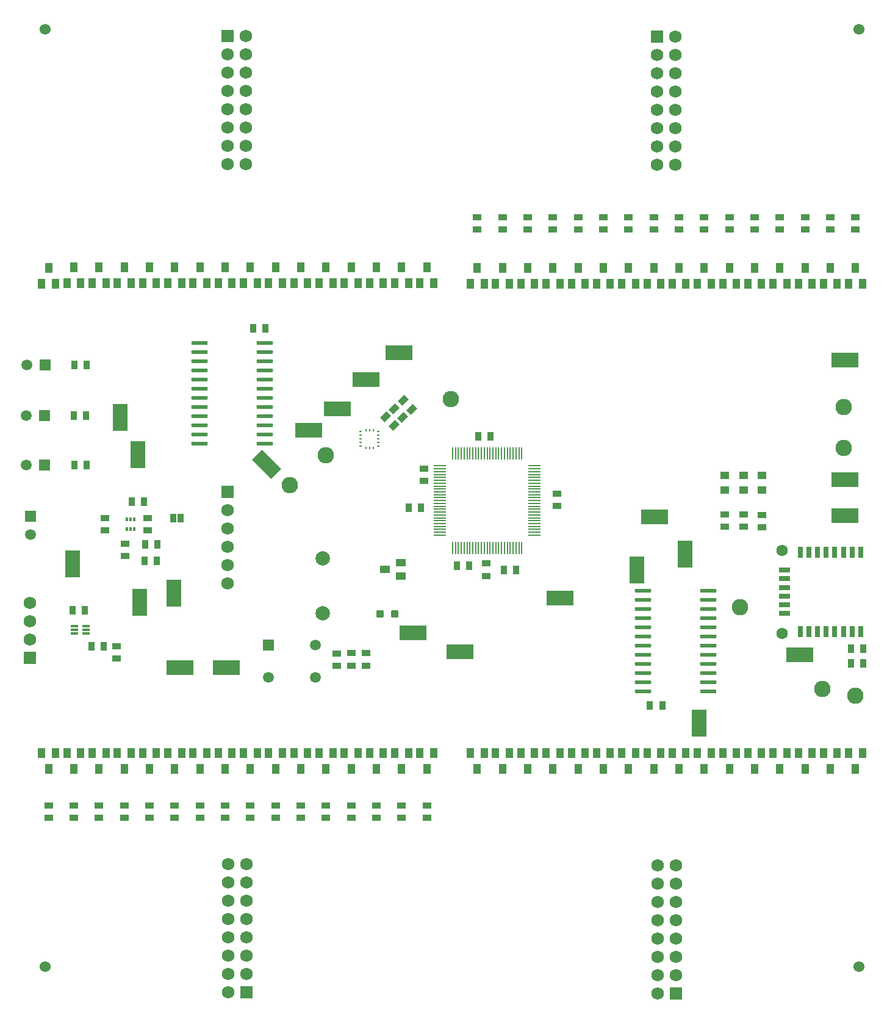
<source format=gbr>
%TF.GenerationSoftware,Altium Limited,Altium Designer,19.1.6 (110)*%
G04 Layer_Color=255*
%FSLAX43Y43*%
%MOMM*%
%TF.FileFunction,Pads,Top*%
%TF.Part,Single*%
G01*
G75*
%TA.AperFunction,SMDPad,CuDef*%
%ADD10R,0.850X1.300*%
%ADD11R,1.300X0.850*%
%ADD12O,1.800X0.240*%
%ADD13O,0.240X1.800*%
G04:AMPARAMS|DCode=14|XSize=3.8mm|YSize=2.03mm|CornerRadius=0mm|HoleSize=0mm|Usage=FLASHONLY|Rotation=135.000|XOffset=0mm|YOffset=0mm|HoleType=Round|Shape=Rectangle|*
%AMROTATEDRECTD14*
4,1,4,2.061,-0.626,0.626,-2.061,-2.061,0.626,-0.626,2.061,2.061,-0.626,0.0*
%
%ADD14ROTATEDRECTD14*%

%ADD15R,2.030X3.800*%
%ADD16R,3.800X2.030*%
%ADD17R,1.000X1.400*%
G04:AMPARAMS|DCode=18|XSize=2.298mm|YSize=0.567mm|CornerRadius=0.283mm|HoleSize=0mm|Usage=FLASHONLY|Rotation=180.000|XOffset=0mm|YOffset=0mm|HoleType=Round|Shape=RoundedRectangle|*
%AMROUNDEDRECTD18*
21,1,2.298,0.000,0,0,180.0*
21,1,1.731,0.567,0,0,180.0*
1,1,0.567,-0.865,0.000*
1,1,0.567,0.865,0.000*
1,1,0.567,0.865,0.000*
1,1,0.567,-0.865,0.000*
%
%ADD18ROUNDEDRECTD18*%
%ADD19R,2.298X0.567*%
G04:AMPARAMS|DCode=20|XSize=1.3mm|YSize=0.85mm|CornerRadius=0mm|HoleSize=0mm|Usage=FLASHONLY|Rotation=225.000|XOffset=0mm|YOffset=0mm|HoleType=Round|Shape=Rectangle|*
%AMROTATEDRECTD20*
4,1,4,0.159,0.760,0.760,0.159,-0.159,-0.760,-0.760,-0.159,0.159,0.760,0.0*
%
%ADD20ROTATEDRECTD20*%

%ADD21R,0.350X0.250*%
%ADD22R,0.250X0.350*%
%ADD23R,1.200X1.100*%
%ADD24R,0.305X0.508*%
%ADD25R,1.400X1.000*%
%ADD26R,0.990X0.300*%
G04:AMPARAMS|DCode=27|XSize=0.99mm|YSize=0.97mm|CornerRadius=0.121mm|HoleSize=0mm|Usage=FLASHONLY|Rotation=0.000|XOffset=0mm|YOffset=0mm|HoleType=Round|Shape=RoundedRectangle|*
%AMROUNDEDRECTD27*
21,1,0.990,0.728,0,0,0.0*
21,1,0.748,0.970,0,0,0.0*
1,1,0.242,0.374,-0.364*
1,1,0.242,-0.374,-0.364*
1,1,0.242,-0.374,0.364*
1,1,0.242,0.374,0.364*
%
%ADD27ROUNDEDRECTD27*%
%ADD28C,1.600*%
%ADD29R,1.500X0.800*%
%ADD30R,0.800X1.500*%
%TA.AperFunction,ComponentPad*%
%ADD34R,1.750X1.750*%
%ADD35C,1.750*%
%ADD36C,1.500*%
%ADD37R,1.500X1.500*%
%ADD38R,1.500X1.500*%
%ADD39C,2.286*%
%ADD40C,2.000*%
%ADD41C,1.498*%
%ADD42R,1.498X1.498*%
%TA.AperFunction,WasherPad*%
%ADD43C,1.524*%
D10*
X40576Y98552D02*
D03*
X38876D02*
D03*
X95668Y46253D02*
D03*
X93968D02*
D03*
X75399Y65024D02*
D03*
X73699D02*
D03*
X60503Y73660D02*
D03*
X62203D02*
D03*
X67134Y65610D02*
D03*
X68834D02*
D03*
X27813Y72194D02*
D03*
X28829D02*
D03*
X23710Y74529D02*
D03*
X22010D02*
D03*
X14100Y79574D02*
D03*
X15800D02*
D03*
X14100Y93472D02*
D03*
X15800D02*
D03*
X18173Y54458D02*
D03*
X16473D02*
D03*
X123557Y52091D02*
D03*
X121857D02*
D03*
X121857Y54123D02*
D03*
X123557D02*
D03*
X15506Y59436D02*
D03*
X13806D02*
D03*
X25488Y66264D02*
D03*
X23788D02*
D03*
X71800Y83525D02*
D03*
X70100D02*
D03*
X23876Y68550D02*
D03*
X25576D02*
D03*
X15700Y86393D02*
D03*
X14000D02*
D03*
D11*
X81051Y75565D02*
D03*
Y73865D02*
D03*
X62586Y77331D02*
D03*
Y79031D02*
D03*
X71222Y65899D02*
D03*
Y64199D02*
D03*
X63000Y30650D02*
D03*
Y32350D02*
D03*
X59500Y30650D02*
D03*
Y32350D02*
D03*
X56000Y30650D02*
D03*
Y32350D02*
D03*
X52500Y30650D02*
D03*
Y32350D02*
D03*
X49000Y30650D02*
D03*
Y32350D02*
D03*
X45500Y30650D02*
D03*
Y32350D02*
D03*
X42000Y30650D02*
D03*
Y32350D02*
D03*
X38500Y30650D02*
D03*
Y32350D02*
D03*
X35000Y30650D02*
D03*
Y32350D02*
D03*
X31500Y30650D02*
D03*
Y32350D02*
D03*
X28000Y30650D02*
D03*
Y32350D02*
D03*
X24500Y30650D02*
D03*
Y32350D02*
D03*
X21000Y30650D02*
D03*
Y32350D02*
D03*
X17500Y30650D02*
D03*
Y32350D02*
D03*
X14000Y30650D02*
D03*
Y32350D02*
D03*
X10500Y30650D02*
D03*
Y32350D02*
D03*
X122500Y112220D02*
D03*
Y113920D02*
D03*
X119000Y112220D02*
D03*
Y113920D02*
D03*
X115500Y112220D02*
D03*
Y113920D02*
D03*
X112000Y112220D02*
D03*
Y113920D02*
D03*
X108500Y112220D02*
D03*
Y113920D02*
D03*
X105000Y112220D02*
D03*
Y113920D02*
D03*
X101500Y112220D02*
D03*
Y113920D02*
D03*
X98000Y112220D02*
D03*
Y113920D02*
D03*
X94500Y112220D02*
D03*
Y113920D02*
D03*
X91000Y112220D02*
D03*
Y113920D02*
D03*
X87500Y112220D02*
D03*
Y113920D02*
D03*
X84000Y112220D02*
D03*
Y113920D02*
D03*
X80500Y112220D02*
D03*
Y113920D02*
D03*
X77000Y112220D02*
D03*
Y113920D02*
D03*
X73500Y112220D02*
D03*
Y113920D02*
D03*
X70000Y112220D02*
D03*
Y113920D02*
D03*
X19939Y54393D02*
D03*
Y52693D02*
D03*
X54559Y51753D02*
D03*
Y53453D02*
D03*
X52500Y53453D02*
D03*
Y51753D02*
D03*
X50521Y51703D02*
D03*
Y53403D02*
D03*
X104322Y70998D02*
D03*
Y72698D02*
D03*
X106985Y70998D02*
D03*
Y72698D02*
D03*
X109525Y70930D02*
D03*
Y72630D02*
D03*
X21082Y66938D02*
D03*
Y68638D02*
D03*
X24217Y70524D02*
D03*
Y72224D02*
D03*
X18288Y70494D02*
D03*
Y72194D02*
D03*
D12*
X64824Y79446D02*
D03*
Y79046D02*
D03*
Y78646D02*
D03*
Y78246D02*
D03*
Y77846D02*
D03*
Y77446D02*
D03*
Y77046D02*
D03*
Y76646D02*
D03*
Y76246D02*
D03*
Y75846D02*
D03*
Y75446D02*
D03*
Y75046D02*
D03*
Y74646D02*
D03*
Y74246D02*
D03*
Y73846D02*
D03*
Y73446D02*
D03*
Y73046D02*
D03*
Y72646D02*
D03*
Y72246D02*
D03*
Y71846D02*
D03*
Y71446D02*
D03*
Y71046D02*
D03*
Y70646D02*
D03*
Y70246D02*
D03*
Y69846D02*
D03*
X77924D02*
D03*
Y70246D02*
D03*
Y70646D02*
D03*
Y71046D02*
D03*
Y71446D02*
D03*
Y71846D02*
D03*
Y72246D02*
D03*
Y72646D02*
D03*
Y73046D02*
D03*
Y73446D02*
D03*
Y73846D02*
D03*
Y74246D02*
D03*
Y74646D02*
D03*
Y75046D02*
D03*
Y75446D02*
D03*
Y75846D02*
D03*
Y76246D02*
D03*
Y76646D02*
D03*
Y77046D02*
D03*
Y77446D02*
D03*
Y77846D02*
D03*
Y78246D02*
D03*
Y78646D02*
D03*
Y79046D02*
D03*
Y79446D02*
D03*
D13*
X66574Y68096D02*
D03*
X66974D02*
D03*
X67374D02*
D03*
X67774D02*
D03*
X68174D02*
D03*
X68574D02*
D03*
X68974D02*
D03*
X69374D02*
D03*
X69774D02*
D03*
X70174D02*
D03*
X70574D02*
D03*
X70974D02*
D03*
X71374D02*
D03*
X71774D02*
D03*
X72174D02*
D03*
X72574D02*
D03*
X72974D02*
D03*
X73374D02*
D03*
X73774D02*
D03*
X74174D02*
D03*
X74574D02*
D03*
X74974D02*
D03*
X75374D02*
D03*
X75774D02*
D03*
X76174D02*
D03*
Y81196D02*
D03*
X75774D02*
D03*
X75374D02*
D03*
X74974D02*
D03*
X74574D02*
D03*
X74174D02*
D03*
X73774D02*
D03*
X73374D02*
D03*
X72974D02*
D03*
X72574D02*
D03*
X72174D02*
D03*
X71774D02*
D03*
X71374D02*
D03*
X70974D02*
D03*
X70574D02*
D03*
X70174D02*
D03*
X69774D02*
D03*
X69374D02*
D03*
X68974D02*
D03*
X68574D02*
D03*
X68174D02*
D03*
X67774D02*
D03*
X67374D02*
D03*
X66974D02*
D03*
X66574D02*
D03*
D14*
X40732Y79661D02*
D03*
D15*
X20400Y86139D02*
D03*
X27858Y61816D02*
D03*
X22892Y81021D02*
D03*
X13806Y65885D02*
D03*
X23146Y60554D02*
D03*
X100765Y43790D02*
D03*
X92117Y64971D02*
D03*
X98855Y67185D02*
D03*
D16*
X61080Y56296D02*
D03*
X46600Y84427D02*
D03*
X28727Y51499D02*
D03*
X35185D02*
D03*
X81517Y61100D02*
D03*
X94590Y72350D02*
D03*
X114783Y53273D02*
D03*
X120981Y94099D02*
D03*
Y77543D02*
D03*
Y72550D02*
D03*
X67571Y53680D02*
D03*
X50557Y87342D02*
D03*
X54519Y91452D02*
D03*
X59100Y95182D02*
D03*
D17*
X123450Y39600D02*
D03*
X122500Y37400D02*
D03*
X121550Y39600D02*
D03*
X119950D02*
D03*
X119000Y37400D02*
D03*
X118050Y39600D02*
D03*
X116450D02*
D03*
X115500Y37400D02*
D03*
X114550Y39600D02*
D03*
X112950D02*
D03*
X112000Y37400D02*
D03*
X111050Y39600D02*
D03*
X109450D02*
D03*
X108500Y37400D02*
D03*
X107550Y39600D02*
D03*
X105950D02*
D03*
X105000Y37400D02*
D03*
X104050Y39600D02*
D03*
X102450D02*
D03*
X101500Y37400D02*
D03*
X100550Y39600D02*
D03*
X98950D02*
D03*
X98000Y37400D02*
D03*
X97050Y39600D02*
D03*
X95450D02*
D03*
X94500Y37400D02*
D03*
X93550Y39600D02*
D03*
X91950D02*
D03*
X91000Y37400D02*
D03*
X90050Y39600D02*
D03*
X88450D02*
D03*
X87500Y37400D02*
D03*
X86550Y39600D02*
D03*
X84950D02*
D03*
X84000Y37400D02*
D03*
X83050Y39600D02*
D03*
X81450D02*
D03*
X80500Y37400D02*
D03*
X79550Y39600D02*
D03*
X77950D02*
D03*
X77000Y37400D02*
D03*
X76050Y39600D02*
D03*
X74450D02*
D03*
X73500Y37400D02*
D03*
X72550Y39600D02*
D03*
X70950D02*
D03*
X70000Y37400D02*
D03*
X69050Y39600D02*
D03*
X63950D02*
D03*
X63000Y37400D02*
D03*
X62050Y39600D02*
D03*
X60450D02*
D03*
X59500Y37400D02*
D03*
X58550Y39600D02*
D03*
X56950D02*
D03*
X56000Y37400D02*
D03*
X55050Y39600D02*
D03*
X53450D02*
D03*
X52500Y37400D02*
D03*
X51550Y39600D02*
D03*
X49950D02*
D03*
X49000Y37400D02*
D03*
X48050Y39600D02*
D03*
X46450D02*
D03*
X45500Y37400D02*
D03*
X44550Y39600D02*
D03*
X42950D02*
D03*
X42000Y37400D02*
D03*
X41050Y39600D02*
D03*
X39450D02*
D03*
X38500Y37400D02*
D03*
X37550Y39600D02*
D03*
X35950D02*
D03*
X35000Y37400D02*
D03*
X34050Y39600D02*
D03*
X32450D02*
D03*
X31500Y37400D02*
D03*
X30550Y39600D02*
D03*
X28950D02*
D03*
X28000Y37400D02*
D03*
X27050Y39600D02*
D03*
X25450D02*
D03*
X24500Y37400D02*
D03*
X23550Y39600D02*
D03*
X21950D02*
D03*
X21000Y37400D02*
D03*
X20050Y39600D02*
D03*
X18450D02*
D03*
X17500Y37400D02*
D03*
X16550Y39600D02*
D03*
X14950D02*
D03*
X14000Y37400D02*
D03*
X13050Y39600D02*
D03*
X11450D02*
D03*
X10500Y37400D02*
D03*
X9550Y39600D02*
D03*
X121550Y104720D02*
D03*
X122500Y106920D02*
D03*
X123450Y104720D02*
D03*
X118050D02*
D03*
X119000Y106920D02*
D03*
X119950Y104720D02*
D03*
X114550D02*
D03*
X115500Y106920D02*
D03*
X116450Y104720D02*
D03*
X111050D02*
D03*
X112000Y106920D02*
D03*
X112950Y104720D02*
D03*
X107550D02*
D03*
X108500Y106920D02*
D03*
X109450Y104720D02*
D03*
X104050D02*
D03*
X105000Y106920D02*
D03*
X105950Y104720D02*
D03*
X100550D02*
D03*
X101500Y106920D02*
D03*
X102450Y104720D02*
D03*
X97050D02*
D03*
X98000Y106920D02*
D03*
X98950Y104720D02*
D03*
X93550D02*
D03*
X94500Y106920D02*
D03*
X95450Y104720D02*
D03*
X90050D02*
D03*
X91000Y106920D02*
D03*
X91950Y104720D02*
D03*
X86550D02*
D03*
X87500Y106920D02*
D03*
X88450Y104720D02*
D03*
X83050D02*
D03*
X84000Y106920D02*
D03*
X84950Y104720D02*
D03*
X79550D02*
D03*
X80500Y106920D02*
D03*
X81450Y104720D02*
D03*
X76050D02*
D03*
X77000Y106920D02*
D03*
X77950Y104720D02*
D03*
X72550D02*
D03*
X73500Y106920D02*
D03*
X74450Y104720D02*
D03*
X69050D02*
D03*
X70000Y106920D02*
D03*
X70950Y104720D02*
D03*
X62050Y104781D02*
D03*
X63000Y106981D02*
D03*
X63950Y104781D02*
D03*
X58550D02*
D03*
X59500Y106981D02*
D03*
X60450Y104781D02*
D03*
X55050D02*
D03*
X56000Y106981D02*
D03*
X56950Y104781D02*
D03*
X51550D02*
D03*
X52500Y106981D02*
D03*
X53450Y104781D02*
D03*
X48050D02*
D03*
X49000Y106981D02*
D03*
X49950Y104781D02*
D03*
X44550D02*
D03*
X45500Y106981D02*
D03*
X46450Y104781D02*
D03*
X41050D02*
D03*
X42000Y106981D02*
D03*
X42950Y104781D02*
D03*
X37550D02*
D03*
X38500Y106981D02*
D03*
X39450Y104781D02*
D03*
X34050D02*
D03*
X35000Y106981D02*
D03*
X35950Y104781D02*
D03*
X30550D02*
D03*
X31500Y106981D02*
D03*
X32450Y104781D02*
D03*
X27050D02*
D03*
X28000Y106981D02*
D03*
X28950Y104781D02*
D03*
X23550D02*
D03*
X24500Y106981D02*
D03*
X25450Y104781D02*
D03*
X20050D02*
D03*
X21000Y106981D02*
D03*
X21950Y104781D02*
D03*
X16550D02*
D03*
X17500Y106981D02*
D03*
X18450Y104781D02*
D03*
X13050D02*
D03*
X14000Y106981D02*
D03*
X14950Y104781D02*
D03*
X9550Y104720D02*
D03*
X10500Y106920D02*
D03*
X11450Y104720D02*
D03*
D18*
X92983Y48158D02*
D03*
Y49428D02*
D03*
Y50698D02*
D03*
Y51968D02*
D03*
Y53238D02*
D03*
Y54508D02*
D03*
Y55778D02*
D03*
Y57048D02*
D03*
Y58318D02*
D03*
Y59588D02*
D03*
Y60858D02*
D03*
Y62128D02*
D03*
X102039D02*
D03*
Y60858D02*
D03*
Y59588D02*
D03*
Y58318D02*
D03*
Y57048D02*
D03*
Y55778D02*
D03*
Y54508D02*
D03*
Y53238D02*
D03*
Y51968D02*
D03*
Y50698D02*
D03*
Y49428D02*
D03*
X40478Y96490D02*
D03*
Y95220D02*
D03*
Y93950D02*
D03*
Y92680D02*
D03*
Y91410D02*
D03*
Y90140D02*
D03*
Y88870D02*
D03*
Y87600D02*
D03*
Y86330D02*
D03*
Y85060D02*
D03*
Y83790D02*
D03*
Y82520D02*
D03*
X31422D02*
D03*
Y83790D02*
D03*
Y85060D02*
D03*
Y86330D02*
D03*
Y87600D02*
D03*
Y88870D02*
D03*
Y90140D02*
D03*
Y91410D02*
D03*
Y92680D02*
D03*
Y93950D02*
D03*
Y95220D02*
D03*
D19*
X102039Y48158D02*
D03*
X31422Y96490D02*
D03*
D20*
X57260Y86252D02*
D03*
X58462Y85050D02*
D03*
X59719Y88507D02*
D03*
X60921Y87305D02*
D03*
X59656Y86140D02*
D03*
X58454Y87342D02*
D03*
D21*
X53825Y84202D02*
D03*
Y83702D02*
D03*
Y83202D02*
D03*
Y82702D02*
D03*
Y82202D02*
D03*
X56275D02*
D03*
Y82702D02*
D03*
Y83202D02*
D03*
Y83702D02*
D03*
Y84202D02*
D03*
D22*
X54550Y81977D02*
D03*
X55050D02*
D03*
X55550D02*
D03*
Y84427D02*
D03*
X55050D02*
D03*
X54550D02*
D03*
D23*
X104322Y78169D02*
D03*
Y76069D02*
D03*
X106985Y78169D02*
D03*
Y76069D02*
D03*
X109525Y78169D02*
D03*
Y76069D02*
D03*
D24*
X21844Y70644D02*
D03*
X22344D02*
D03*
X21344D02*
D03*
X21844Y72044D02*
D03*
X21344D02*
D03*
X22344D02*
D03*
D25*
X59405Y66025D02*
D03*
X57205Y65075D02*
D03*
X59405Y64125D02*
D03*
D26*
X14054Y56193D02*
D03*
Y56693D02*
D03*
Y57193D02*
D03*
X15664D02*
D03*
Y56693D02*
D03*
Y56193D02*
D03*
D27*
X56536Y58955D02*
D03*
X58576D02*
D03*
D28*
X112315Y56238D02*
D03*
Y67738D02*
D03*
D29*
X112615Y58988D02*
D03*
Y60188D02*
D03*
Y61388D02*
D03*
Y62588D02*
D03*
Y64988D02*
D03*
Y63788D02*
D03*
D30*
X116015Y67488D02*
D03*
X114815D02*
D03*
X117215D02*
D03*
X118415D02*
D03*
X119615D02*
D03*
X120815D02*
D03*
X122015D02*
D03*
X123215D02*
D03*
Y56488D02*
D03*
X122015D02*
D03*
X120815D02*
D03*
X119615D02*
D03*
X118415D02*
D03*
X117215D02*
D03*
X114815D02*
D03*
X116015D02*
D03*
D34*
X35306Y139116D02*
D03*
X97540Y6277D02*
D03*
X94945Y139014D02*
D03*
X38000Y6380D02*
D03*
X35357Y75844D02*
D03*
X7874Y52802D02*
D03*
D35*
X37846Y136576D02*
D03*
Y134036D02*
D03*
Y131496D02*
D03*
Y128956D02*
D03*
Y126416D02*
D03*
Y123876D02*
D03*
Y121336D02*
D03*
X35306Y123876D02*
D03*
Y134036D02*
D03*
X37846Y139116D02*
D03*
X35306Y121336D02*
D03*
Y126416D02*
D03*
Y128956D02*
D03*
Y131496D02*
D03*
Y136576D02*
D03*
X97540Y8817D02*
D03*
Y13897D02*
D03*
Y16437D02*
D03*
Y18977D02*
D03*
Y24057D02*
D03*
X95000Y6277D02*
D03*
X97540Y11357D02*
D03*
Y21517D02*
D03*
X95000Y24057D02*
D03*
Y21517D02*
D03*
Y18977D02*
D03*
Y16437D02*
D03*
Y13897D02*
D03*
Y11357D02*
D03*
Y8817D02*
D03*
X97485Y136474D02*
D03*
Y133934D02*
D03*
Y131394D02*
D03*
Y128854D02*
D03*
Y126314D02*
D03*
Y123774D02*
D03*
Y121234D02*
D03*
X94945Y123774D02*
D03*
Y133934D02*
D03*
X97485Y139014D02*
D03*
X94945Y121234D02*
D03*
Y126314D02*
D03*
Y128854D02*
D03*
Y131394D02*
D03*
Y136474D02*
D03*
X38000Y8920D02*
D03*
Y14000D02*
D03*
Y16540D02*
D03*
Y19080D02*
D03*
Y24160D02*
D03*
X35460Y6380D02*
D03*
X38000Y11460D02*
D03*
Y21620D02*
D03*
X35460Y24160D02*
D03*
Y21620D02*
D03*
Y19080D02*
D03*
Y16540D02*
D03*
Y14000D02*
D03*
Y11460D02*
D03*
Y8920D02*
D03*
X35357Y70764D02*
D03*
Y63144D02*
D03*
Y65684D02*
D03*
Y68224D02*
D03*
Y73304D02*
D03*
X7874Y55342D02*
D03*
Y60422D02*
D03*
Y57882D02*
D03*
D36*
X8016Y69888D02*
D03*
X7442Y79574D02*
D03*
X7442Y86393D02*
D03*
X7493Y93442D02*
D03*
D37*
X8016Y72428D02*
D03*
D38*
X9982Y79574D02*
D03*
X9982Y86393D02*
D03*
X10033Y93442D02*
D03*
D39*
X66309Y88686D02*
D03*
X48997Y80965D02*
D03*
X43983Y76751D02*
D03*
X106451Y59867D02*
D03*
X117921Y48522D02*
D03*
X120815Y87655D02*
D03*
Y81919D02*
D03*
X122500Y47600D02*
D03*
D40*
X48539Y59014D02*
D03*
Y66614D02*
D03*
D41*
X41048Y50074D02*
D03*
X47548D02*
D03*
Y54574D02*
D03*
D42*
X41048D02*
D03*
D43*
X123000Y140000D02*
D03*
Y10000D02*
D03*
X10000Y10000D02*
D03*
Y140000D02*
D03*
%TF.MD5,5b423df589da4f995913064f34790725*%
M02*

</source>
